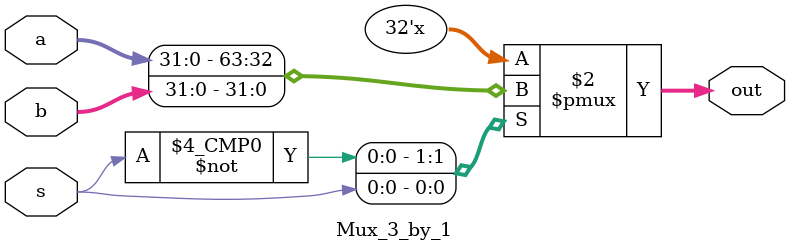
<source format=v>
`timescale 1ns / 1ps
module Mux_3_by_1 (
    input [31:0] a,        // First input
    input [31:0] b,        // Second input
    input  s,         // 2-bit select signal
    output reg [31:0] out  // Output
);

always @(*) begin
    case (s)
        1'b0: out = a;   // Select input 'a'
        1'b1: out = b;   // Select input 'b'
    endcase
end

endmodule
</source>
